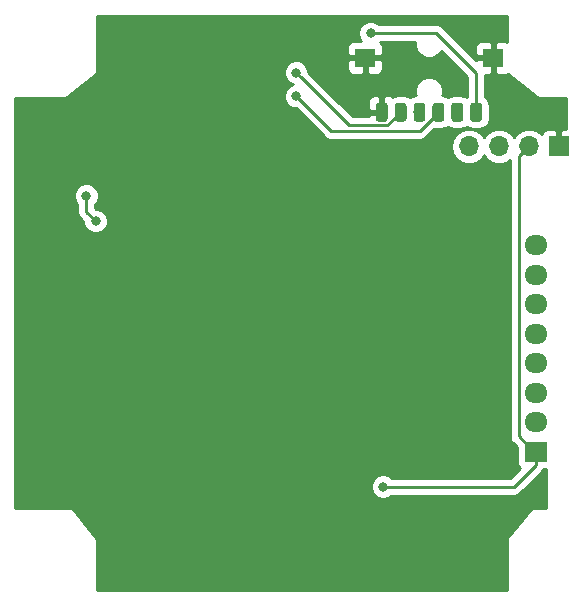
<source format=gbl>
G04 #@! TF.GenerationSoftware,KiCad,Pcbnew,(5.0.0)*
G04 #@! TF.CreationDate,2019-09-16T11:16:57+09:00*
G04 #@! TF.ProjectId,ESP32,45535033322E6B696361645F70636200,rev?*
G04 #@! TF.SameCoordinates,Original*
G04 #@! TF.FileFunction,Copper,L2,Bot,Signal*
G04 #@! TF.FilePolarity,Positive*
%FSLAX46Y46*%
G04 Gerber Fmt 4.6, Leading zero omitted, Abs format (unit mm)*
G04 Created by KiCad (PCBNEW (5.0.0)) date 09/16/19 11:16:57*
%MOMM*%
%LPD*%
G01*
G04 APERTURE LIST*
G04 #@! TA.AperFunction,SMDPad,CuDef*
%ADD10R,1.800000X1.600000*%
G04 #@! TD*
G04 #@! TA.AperFunction,Conductor*
%ADD11C,0.100000*%
G04 #@! TD*
G04 #@! TA.AperFunction,SMDPad,CuDef*
%ADD12C,1.000000*%
G04 #@! TD*
G04 #@! TA.AperFunction,ComponentPad*
%ADD13R,1.950000X1.700000*%
G04 #@! TD*
G04 #@! TA.AperFunction,ComponentPad*
%ADD14O,1.950000X1.700000*%
G04 #@! TD*
G04 #@! TA.AperFunction,ComponentPad*
%ADD15R,1.700000X1.700000*%
G04 #@! TD*
G04 #@! TA.AperFunction,ComponentPad*
%ADD16O,1.700000X1.700000*%
G04 #@! TD*
G04 #@! TA.AperFunction,ViaPad*
%ADD17C,0.800000*%
G04 #@! TD*
G04 #@! TA.AperFunction,Conductor*
%ADD18C,0.250000*%
G04 #@! TD*
G04 #@! TA.AperFunction,Conductor*
%ADD19C,0.254000*%
G04 #@! TD*
G04 APERTURE END LIST*
D10*
G04 #@! TO.P,SW3,3*
G04 #@! TO.N,Net-(C1-Pad1)*
X128350000Y-86250000D03*
X139200000Y-86250000D03*
D11*
G04 #@! TD*
G04 #@! TO.N,Net-(SW3-Pad1)*
G04 #@! TO.C,SW3*
G36*
X131624504Y-90051204D02*
X131648773Y-90054804D01*
X131672571Y-90060765D01*
X131695671Y-90069030D01*
X131717849Y-90079520D01*
X131738893Y-90092133D01*
X131758598Y-90106747D01*
X131776777Y-90123223D01*
X131793253Y-90141402D01*
X131807867Y-90161107D01*
X131820480Y-90182151D01*
X131830970Y-90204329D01*
X131839235Y-90227429D01*
X131845196Y-90251227D01*
X131848796Y-90275496D01*
X131850000Y-90300000D01*
X131850000Y-91400000D01*
X131848796Y-91424504D01*
X131845196Y-91448773D01*
X131839235Y-91472571D01*
X131830970Y-91495671D01*
X131820480Y-91517849D01*
X131807867Y-91538893D01*
X131793253Y-91558598D01*
X131776777Y-91576777D01*
X131758598Y-91593253D01*
X131738893Y-91607867D01*
X131717849Y-91620480D01*
X131695671Y-91630970D01*
X131672571Y-91639235D01*
X131648773Y-91645196D01*
X131624504Y-91648796D01*
X131600000Y-91650000D01*
X131100000Y-91650000D01*
X131075496Y-91648796D01*
X131051227Y-91645196D01*
X131027429Y-91639235D01*
X131004329Y-91630970D01*
X130982151Y-91620480D01*
X130961107Y-91607867D01*
X130941402Y-91593253D01*
X130923223Y-91576777D01*
X130906747Y-91558598D01*
X130892133Y-91538893D01*
X130879520Y-91517849D01*
X130869030Y-91495671D01*
X130860765Y-91472571D01*
X130854804Y-91448773D01*
X130851204Y-91424504D01*
X130850000Y-91400000D01*
X130850000Y-90300000D01*
X130851204Y-90275496D01*
X130854804Y-90251227D01*
X130860765Y-90227429D01*
X130869030Y-90204329D01*
X130879520Y-90182151D01*
X130892133Y-90161107D01*
X130906747Y-90141402D01*
X130923223Y-90123223D01*
X130941402Y-90106747D01*
X130961107Y-90092133D01*
X130982151Y-90079520D01*
X131004329Y-90069030D01*
X131027429Y-90060765D01*
X131051227Y-90054804D01*
X131075496Y-90051204D01*
X131100000Y-90050000D01*
X131600000Y-90050000D01*
X131624504Y-90051204D01*
X131624504Y-90051204D01*
G37*
D12*
G04 #@! TO.P,SW3,1*
G04 #@! TO.N,Net-(SW3-Pad1)*
X131350000Y-90850000D03*
D11*
G04 #@! TD*
G04 #@! TO.N,Net-(SW3-Pad2)*
G04 #@! TO.C,SW3*
G36*
X134824504Y-90051204D02*
X134848773Y-90054804D01*
X134872571Y-90060765D01*
X134895671Y-90069030D01*
X134917849Y-90079520D01*
X134938893Y-90092133D01*
X134958598Y-90106747D01*
X134976777Y-90123223D01*
X134993253Y-90141402D01*
X135007867Y-90161107D01*
X135020480Y-90182151D01*
X135030970Y-90204329D01*
X135039235Y-90227429D01*
X135045196Y-90251227D01*
X135048796Y-90275496D01*
X135050000Y-90300000D01*
X135050000Y-91400000D01*
X135048796Y-91424504D01*
X135045196Y-91448773D01*
X135039235Y-91472571D01*
X135030970Y-91495671D01*
X135020480Y-91517849D01*
X135007867Y-91538893D01*
X134993253Y-91558598D01*
X134976777Y-91576777D01*
X134958598Y-91593253D01*
X134938893Y-91607867D01*
X134917849Y-91620480D01*
X134895671Y-91630970D01*
X134872571Y-91639235D01*
X134848773Y-91645196D01*
X134824504Y-91648796D01*
X134800000Y-91650000D01*
X134300000Y-91650000D01*
X134275496Y-91648796D01*
X134251227Y-91645196D01*
X134227429Y-91639235D01*
X134204329Y-91630970D01*
X134182151Y-91620480D01*
X134161107Y-91607867D01*
X134141402Y-91593253D01*
X134123223Y-91576777D01*
X134106747Y-91558598D01*
X134092133Y-91538893D01*
X134079520Y-91517849D01*
X134069030Y-91495671D01*
X134060765Y-91472571D01*
X134054804Y-91448773D01*
X134051204Y-91424504D01*
X134050000Y-91400000D01*
X134050000Y-90300000D01*
X134051204Y-90275496D01*
X134054804Y-90251227D01*
X134060765Y-90227429D01*
X134069030Y-90204329D01*
X134079520Y-90182151D01*
X134092133Y-90161107D01*
X134106747Y-90141402D01*
X134123223Y-90123223D01*
X134141402Y-90106747D01*
X134161107Y-90092133D01*
X134182151Y-90079520D01*
X134204329Y-90069030D01*
X134227429Y-90060765D01*
X134251227Y-90054804D01*
X134275496Y-90051204D01*
X134300000Y-90050000D01*
X134800000Y-90050000D01*
X134824504Y-90051204D01*
X134824504Y-90051204D01*
G37*
D12*
G04 #@! TO.P,SW3,2*
G04 #@! TO.N,Net-(SW3-Pad2)*
X134550000Y-90850000D03*
D11*
G04 #@! TD*
G04 #@! TO.N,Net-(C1-Pad1)*
G04 #@! TO.C,SW3*
G36*
X130024504Y-90051204D02*
X130048773Y-90054804D01*
X130072571Y-90060765D01*
X130095671Y-90069030D01*
X130117849Y-90079520D01*
X130138893Y-90092133D01*
X130158598Y-90106747D01*
X130176777Y-90123223D01*
X130193253Y-90141402D01*
X130207867Y-90161107D01*
X130220480Y-90182151D01*
X130230970Y-90204329D01*
X130239235Y-90227429D01*
X130245196Y-90251227D01*
X130248796Y-90275496D01*
X130250000Y-90300000D01*
X130250000Y-91400000D01*
X130248796Y-91424504D01*
X130245196Y-91448773D01*
X130239235Y-91472571D01*
X130230970Y-91495671D01*
X130220480Y-91517849D01*
X130207867Y-91538893D01*
X130193253Y-91558598D01*
X130176777Y-91576777D01*
X130158598Y-91593253D01*
X130138893Y-91607867D01*
X130117849Y-91620480D01*
X130095671Y-91630970D01*
X130072571Y-91639235D01*
X130048773Y-91645196D01*
X130024504Y-91648796D01*
X130000000Y-91650000D01*
X129500000Y-91650000D01*
X129475496Y-91648796D01*
X129451227Y-91645196D01*
X129427429Y-91639235D01*
X129404329Y-91630970D01*
X129382151Y-91620480D01*
X129361107Y-91607867D01*
X129341402Y-91593253D01*
X129323223Y-91576777D01*
X129306747Y-91558598D01*
X129292133Y-91538893D01*
X129279520Y-91517849D01*
X129269030Y-91495671D01*
X129260765Y-91472571D01*
X129254804Y-91448773D01*
X129251204Y-91424504D01*
X129250000Y-91400000D01*
X129250000Y-90300000D01*
X129251204Y-90275496D01*
X129254804Y-90251227D01*
X129260765Y-90227429D01*
X129269030Y-90204329D01*
X129279520Y-90182151D01*
X129292133Y-90161107D01*
X129306747Y-90141402D01*
X129323223Y-90123223D01*
X129341402Y-90106747D01*
X129361107Y-90092133D01*
X129382151Y-90079520D01*
X129404329Y-90069030D01*
X129427429Y-90060765D01*
X129451227Y-90054804D01*
X129475496Y-90051204D01*
X129500000Y-90050000D01*
X130000000Y-90050000D01*
X130024504Y-90051204D01*
X130024504Y-90051204D01*
G37*
D12*
G04 #@! TO.P,SW3,3*
G04 #@! TO.N,Net-(C1-Pad1)*
X129750000Y-90850000D03*
D11*
G04 #@! TD*
G04 #@! TO.N,Net-(SW3-Pad4)*
G04 #@! TO.C,SW3*
G36*
X138024504Y-90051204D02*
X138048773Y-90054804D01*
X138072571Y-90060765D01*
X138095671Y-90069030D01*
X138117849Y-90079520D01*
X138138893Y-90092133D01*
X138158598Y-90106747D01*
X138176777Y-90123223D01*
X138193253Y-90141402D01*
X138207867Y-90161107D01*
X138220480Y-90182151D01*
X138230970Y-90204329D01*
X138239235Y-90227429D01*
X138245196Y-90251227D01*
X138248796Y-90275496D01*
X138250000Y-90300000D01*
X138250000Y-91400000D01*
X138248796Y-91424504D01*
X138245196Y-91448773D01*
X138239235Y-91472571D01*
X138230970Y-91495671D01*
X138220480Y-91517849D01*
X138207867Y-91538893D01*
X138193253Y-91558598D01*
X138176777Y-91576777D01*
X138158598Y-91593253D01*
X138138893Y-91607867D01*
X138117849Y-91620480D01*
X138095671Y-91630970D01*
X138072571Y-91639235D01*
X138048773Y-91645196D01*
X138024504Y-91648796D01*
X138000000Y-91650000D01*
X137500000Y-91650000D01*
X137475496Y-91648796D01*
X137451227Y-91645196D01*
X137427429Y-91639235D01*
X137404329Y-91630970D01*
X137382151Y-91620480D01*
X137361107Y-91607867D01*
X137341402Y-91593253D01*
X137323223Y-91576777D01*
X137306747Y-91558598D01*
X137292133Y-91538893D01*
X137279520Y-91517849D01*
X137269030Y-91495671D01*
X137260765Y-91472571D01*
X137254804Y-91448773D01*
X137251204Y-91424504D01*
X137250000Y-91400000D01*
X137250000Y-90300000D01*
X137251204Y-90275496D01*
X137254804Y-90251227D01*
X137260765Y-90227429D01*
X137269030Y-90204329D01*
X137279520Y-90182151D01*
X137292133Y-90161107D01*
X137306747Y-90141402D01*
X137323223Y-90123223D01*
X137341402Y-90106747D01*
X137361107Y-90092133D01*
X137382151Y-90079520D01*
X137404329Y-90069030D01*
X137427429Y-90060765D01*
X137451227Y-90054804D01*
X137475496Y-90051204D01*
X137500000Y-90050000D01*
X138000000Y-90050000D01*
X138024504Y-90051204D01*
X138024504Y-90051204D01*
G37*
D12*
G04 #@! TO.P,SW3,4*
G04 #@! TO.N,Net-(SW3-Pad4)*
X137750000Y-90850000D03*
D11*
G04 #@! TD*
G04 #@! TO.N,N/C*
G04 #@! TO.C,SW3*
G36*
X133224504Y-90051204D02*
X133248773Y-90054804D01*
X133272571Y-90060765D01*
X133295671Y-90069030D01*
X133317849Y-90079520D01*
X133338893Y-90092133D01*
X133358598Y-90106747D01*
X133376777Y-90123223D01*
X133393253Y-90141402D01*
X133407867Y-90161107D01*
X133420480Y-90182151D01*
X133430970Y-90204329D01*
X133439235Y-90227429D01*
X133445196Y-90251227D01*
X133448796Y-90275496D01*
X133450000Y-90300000D01*
X133450000Y-91400000D01*
X133448796Y-91424504D01*
X133445196Y-91448773D01*
X133439235Y-91472571D01*
X133430970Y-91495671D01*
X133420480Y-91517849D01*
X133407867Y-91538893D01*
X133393253Y-91558598D01*
X133376777Y-91576777D01*
X133358598Y-91593253D01*
X133338893Y-91607867D01*
X133317849Y-91620480D01*
X133295671Y-91630970D01*
X133272571Y-91639235D01*
X133248773Y-91645196D01*
X133224504Y-91648796D01*
X133200000Y-91650000D01*
X132700000Y-91650000D01*
X132675496Y-91648796D01*
X132651227Y-91645196D01*
X132627429Y-91639235D01*
X132604329Y-91630970D01*
X132582151Y-91620480D01*
X132561107Y-91607867D01*
X132541402Y-91593253D01*
X132523223Y-91576777D01*
X132506747Y-91558598D01*
X132492133Y-91538893D01*
X132479520Y-91517849D01*
X132469030Y-91495671D01*
X132460765Y-91472571D01*
X132454804Y-91448773D01*
X132451204Y-91424504D01*
X132450000Y-91400000D01*
X132450000Y-90300000D01*
X132451204Y-90275496D01*
X132454804Y-90251227D01*
X132460765Y-90227429D01*
X132469030Y-90204329D01*
X132479520Y-90182151D01*
X132492133Y-90161107D01*
X132506747Y-90141402D01*
X132523223Y-90123223D01*
X132541402Y-90106747D01*
X132561107Y-90092133D01*
X132582151Y-90079520D01*
X132604329Y-90069030D01*
X132627429Y-90060765D01*
X132651227Y-90054804D01*
X132675496Y-90051204D01*
X132700000Y-90050000D01*
X133200000Y-90050000D01*
X133224504Y-90051204D01*
X133224504Y-90051204D01*
G37*
D12*
G04 #@! TO.P,SW3,5*
G04 #@! TO.N,N/C*
X132950000Y-90850000D03*
D11*
G04 #@! TD*
G04 #@! TO.N,N/C*
G04 #@! TO.C,SW3*
G36*
X136424504Y-90051204D02*
X136448773Y-90054804D01*
X136472571Y-90060765D01*
X136495671Y-90069030D01*
X136517849Y-90079520D01*
X136538893Y-90092133D01*
X136558598Y-90106747D01*
X136576777Y-90123223D01*
X136593253Y-90141402D01*
X136607867Y-90161107D01*
X136620480Y-90182151D01*
X136630970Y-90204329D01*
X136639235Y-90227429D01*
X136645196Y-90251227D01*
X136648796Y-90275496D01*
X136650000Y-90300000D01*
X136650000Y-91400000D01*
X136648796Y-91424504D01*
X136645196Y-91448773D01*
X136639235Y-91472571D01*
X136630970Y-91495671D01*
X136620480Y-91517849D01*
X136607867Y-91538893D01*
X136593253Y-91558598D01*
X136576777Y-91576777D01*
X136558598Y-91593253D01*
X136538893Y-91607867D01*
X136517849Y-91620480D01*
X136495671Y-91630970D01*
X136472571Y-91639235D01*
X136448773Y-91645196D01*
X136424504Y-91648796D01*
X136400000Y-91650000D01*
X135900000Y-91650000D01*
X135875496Y-91648796D01*
X135851227Y-91645196D01*
X135827429Y-91639235D01*
X135804329Y-91630970D01*
X135782151Y-91620480D01*
X135761107Y-91607867D01*
X135741402Y-91593253D01*
X135723223Y-91576777D01*
X135706747Y-91558598D01*
X135692133Y-91538893D01*
X135679520Y-91517849D01*
X135669030Y-91495671D01*
X135660765Y-91472571D01*
X135654804Y-91448773D01*
X135651204Y-91424504D01*
X135650000Y-91400000D01*
X135650000Y-90300000D01*
X135651204Y-90275496D01*
X135654804Y-90251227D01*
X135660765Y-90227429D01*
X135669030Y-90204329D01*
X135679520Y-90182151D01*
X135692133Y-90161107D01*
X135706747Y-90141402D01*
X135723223Y-90123223D01*
X135741402Y-90106747D01*
X135761107Y-90092133D01*
X135782151Y-90079520D01*
X135804329Y-90069030D01*
X135827429Y-90060765D01*
X135851227Y-90054804D01*
X135875496Y-90051204D01*
X135900000Y-90050000D01*
X136400000Y-90050000D01*
X136424504Y-90051204D01*
X136424504Y-90051204D01*
G37*
D12*
G04 #@! TO.P,SW3,6*
G04 #@! TO.N,N/C*
X136150000Y-90850000D03*
G04 #@! TD*
D13*
G04 #@! TO.P,J2,1*
G04 #@! TO.N,Net-(C4-Pad1)*
X142800000Y-119600000D03*
D14*
G04 #@! TO.P,J2,2*
G04 #@! TO.N,Net-(C1-Pad1)*
X142800000Y-117100000D03*
G04 #@! TO.P,J2,3*
G04 #@! TO.N,Net-(J2-Pad3)*
X142800000Y-114600000D03*
G04 #@! TO.P,J2,4*
G04 #@! TO.N,Net-(J2-Pad4)*
X142800000Y-112100000D03*
G04 #@! TO.P,J2,5*
G04 #@! TO.N,Net-(J2-Pad5)*
X142800000Y-109600000D03*
G04 #@! TO.P,J2,6*
G04 #@! TO.N,Net-(J2-Pad6)*
X142800000Y-107100000D03*
G04 #@! TO.P,J2,7*
G04 #@! TO.N,Net-(J2-Pad7)*
X142800000Y-104600000D03*
G04 #@! TO.P,J2,8*
G04 #@! TO.N,Net-(J2-Pad8)*
X142800000Y-102100000D03*
G04 #@! TD*
D15*
G04 #@! TO.P,J3,1*
G04 #@! TO.N,Net-(C1-Pad1)*
X144750000Y-93750000D03*
D16*
G04 #@! TO.P,J3,2*
G04 #@! TO.N,Net-(C4-Pad1)*
X142210000Y-93750000D03*
G04 #@! TO.P,J3,3*
G04 #@! TO.N,Net-(J3-Pad3)*
X139670000Y-93750000D03*
G04 #@! TO.P,J3,4*
G04 #@! TO.N,Net-(J3-Pad4)*
X137130000Y-93750000D03*
G04 #@! TD*
D17*
G04 #@! TO.N,Net-(C1-Pad1)*
X114500000Y-85500000D03*
X116500000Y-85500000D03*
X118500000Y-85500000D03*
X112500000Y-85500000D03*
X112500000Y-87500000D03*
X114500000Y-87500000D03*
X116500000Y-87500000D03*
X118500000Y-87500000D03*
X120500000Y-87500000D03*
X112500000Y-91500000D03*
X112500000Y-93500000D03*
X112500000Y-95500000D03*
X114500000Y-95500000D03*
X116500000Y-95500000D03*
X112500000Y-89500000D03*
X120500000Y-85500000D03*
X118500000Y-95500000D03*
X120500000Y-95500000D03*
X120500000Y-89500000D03*
X120500000Y-91500000D03*
X120500000Y-93500000D03*
X112500000Y-97500000D03*
X114500000Y-97500000D03*
X116500000Y-97500000D03*
X118500000Y-97500000D03*
X120500000Y-97500000D03*
X122500000Y-91500000D03*
X122500000Y-93500000D03*
X122500000Y-95500000D03*
X122500000Y-97500000D03*
X122500000Y-85500000D03*
G04 #@! TO.N,Net-(C1-Pad2)*
X104749600Y-97917000D03*
X105537000Y-100076000D03*
G04 #@! TO.N,Net-(C4-Pad1)*
X129857500Y-122555000D03*
G04 #@! TO.N,Net-(SW3-Pad1)*
X122500000Y-87500000D03*
G04 #@! TO.N,Net-(SW3-Pad2)*
X122500000Y-89500000D03*
G04 #@! TO.N,Net-(SW3-Pad4)*
X128803400Y-84150200D03*
G04 #@! TD*
D18*
G04 #@! TO.N,Net-(C1-Pad2)*
X104749600Y-99288600D02*
X105537000Y-100076000D01*
X104749600Y-97917000D02*
X104749600Y-99288600D01*
G04 #@! TO.N,Net-(C4-Pad1)*
X141360001Y-94599999D02*
X142210000Y-93750000D01*
X141360001Y-118285001D02*
X141360001Y-94599999D01*
X142675000Y-119600000D02*
X141360001Y-118285001D01*
X142800000Y-119600000D02*
X142675000Y-119600000D01*
X130423185Y-122555000D02*
X129857500Y-122555000D01*
X140945000Y-122555000D02*
X130423185Y-122555000D01*
X142800000Y-120700000D02*
X140945000Y-122555000D01*
X142800000Y-119600000D02*
X142800000Y-120700000D01*
G04 #@! TO.N,Net-(SW3-Pad1)*
X122899999Y-87899999D02*
X122500000Y-87500000D01*
X126975010Y-91975010D02*
X122899999Y-87899999D01*
X130238180Y-91975010D02*
X126975010Y-91975010D01*
X130779290Y-91433900D02*
X130238180Y-91975010D01*
X130779290Y-91420710D02*
X130779290Y-91433900D01*
X131350000Y-90850000D02*
X130779290Y-91420710D01*
G04 #@! TO.N,Net-(SW3-Pad2)*
X122899999Y-89899999D02*
X122500000Y-89500000D01*
X125425020Y-92425020D02*
X122899999Y-89899999D01*
X132988170Y-92425020D02*
X125425020Y-92425020D01*
X133979290Y-91433900D02*
X132988170Y-92425020D01*
X133979290Y-91420710D02*
X133979290Y-91433900D01*
X134550000Y-90850000D02*
X133979290Y-91420710D01*
G04 #@! TO.N,Net-(SW3-Pad4)*
X137750000Y-87550000D02*
X137750000Y-90850000D01*
X134350200Y-84150200D02*
X137750000Y-87550000D01*
X128803400Y-84150200D02*
X134350200Y-84150200D01*
G04 #@! TD*
D19*
G04 #@! TO.N,Net-(C1-Pad1)*
G36*
X140373000Y-84875761D02*
X140226310Y-84815000D01*
X139485750Y-84815000D01*
X139327000Y-84973750D01*
X139327000Y-86123000D01*
X139347000Y-86123000D01*
X139347000Y-86377000D01*
X139327000Y-86377000D01*
X139327000Y-87526250D01*
X139485750Y-87685000D01*
X140226310Y-87685000D01*
X140425050Y-87602679D01*
X142920664Y-89599170D01*
X142951399Y-89617333D01*
X143000000Y-89627000D01*
X145373000Y-89627000D01*
X145373000Y-92265000D01*
X145035750Y-92265000D01*
X144877000Y-92423750D01*
X144877000Y-93623000D01*
X144897000Y-93623000D01*
X144897000Y-93877000D01*
X144877000Y-93877000D01*
X144877000Y-93897000D01*
X144623000Y-93897000D01*
X144623000Y-93877000D01*
X144603000Y-93877000D01*
X144603000Y-93623000D01*
X144623000Y-93623000D01*
X144623000Y-92423750D01*
X144464250Y-92265000D01*
X143773690Y-92265000D01*
X143540301Y-92361673D01*
X143361673Y-92540302D01*
X143295096Y-92701033D01*
X143280625Y-92679375D01*
X142789418Y-92351161D01*
X142356256Y-92265000D01*
X142063744Y-92265000D01*
X141630582Y-92351161D01*
X141139375Y-92679375D01*
X140940000Y-92977761D01*
X140740625Y-92679375D01*
X140249418Y-92351161D01*
X139816256Y-92265000D01*
X139523744Y-92265000D01*
X139090582Y-92351161D01*
X138599375Y-92679375D01*
X138400000Y-92977761D01*
X138200625Y-92679375D01*
X137709418Y-92351161D01*
X137276256Y-92265000D01*
X136983744Y-92265000D01*
X136550582Y-92351161D01*
X136059375Y-92679375D01*
X135731161Y-93170582D01*
X135615908Y-93750000D01*
X135731161Y-94329418D01*
X136059375Y-94820625D01*
X136550582Y-95148839D01*
X136983744Y-95235000D01*
X137276256Y-95235000D01*
X137709418Y-95148839D01*
X138200625Y-94820625D01*
X138400000Y-94522239D01*
X138599375Y-94820625D01*
X139090582Y-95148839D01*
X139523744Y-95235000D01*
X139816256Y-95235000D01*
X140249418Y-95148839D01*
X140600002Y-94914586D01*
X140600001Y-118210154D01*
X140585113Y-118285001D01*
X140600001Y-118359848D01*
X140600001Y-118359852D01*
X140644097Y-118581537D01*
X140812072Y-118832930D01*
X140875531Y-118875332D01*
X141177560Y-119177362D01*
X141177560Y-120450000D01*
X141226843Y-120697765D01*
X141367191Y-120907809D01*
X141457228Y-120967970D01*
X140630199Y-121795000D01*
X130561211Y-121795000D01*
X130443780Y-121677569D01*
X130063374Y-121520000D01*
X129651626Y-121520000D01*
X129271220Y-121677569D01*
X128980069Y-121968720D01*
X128822500Y-122349126D01*
X128822500Y-122760874D01*
X128980069Y-123141280D01*
X129271220Y-123432431D01*
X129651626Y-123590000D01*
X130063374Y-123590000D01*
X130443780Y-123432431D01*
X130561211Y-123315000D01*
X140870153Y-123315000D01*
X140945000Y-123329888D01*
X141019847Y-123315000D01*
X141019852Y-123315000D01*
X141241537Y-123270904D01*
X141492929Y-123102929D01*
X141535331Y-123039470D01*
X143284473Y-121290329D01*
X143347929Y-121247929D01*
X143448483Y-121097440D01*
X143673000Y-121097440D01*
X143673000Y-124373000D01*
X142500000Y-124373000D01*
X142438739Y-124388752D01*
X142400830Y-124420664D01*
X140400830Y-126920664D01*
X140382667Y-126951399D01*
X140373000Y-127000000D01*
X140373000Y-131315000D01*
X105627000Y-131315000D01*
X105627000Y-127000000D01*
X105621982Y-126964654D01*
X105599170Y-126920664D01*
X103599170Y-124420664D01*
X103548601Y-124382667D01*
X103500000Y-124373000D01*
X98735000Y-124373000D01*
X98735000Y-97711126D01*
X103714600Y-97711126D01*
X103714600Y-98122874D01*
X103872169Y-98503280D01*
X103989601Y-98620712D01*
X103989601Y-99213749D01*
X103974712Y-99288600D01*
X103989601Y-99363452D01*
X104033697Y-99585137D01*
X104201672Y-99836529D01*
X104265128Y-99878929D01*
X104502000Y-100115801D01*
X104502000Y-100281874D01*
X104659569Y-100662280D01*
X104950720Y-100953431D01*
X105331126Y-101111000D01*
X105742874Y-101111000D01*
X106123280Y-100953431D01*
X106414431Y-100662280D01*
X106572000Y-100281874D01*
X106572000Y-99870126D01*
X106414431Y-99489720D01*
X106123280Y-99198569D01*
X105742874Y-99041000D01*
X105576801Y-99041000D01*
X105509600Y-98973799D01*
X105509600Y-98620711D01*
X105627031Y-98503280D01*
X105784600Y-98122874D01*
X105784600Y-97711126D01*
X105627031Y-97330720D01*
X105335880Y-97039569D01*
X104955474Y-96882000D01*
X104543726Y-96882000D01*
X104163320Y-97039569D01*
X103872169Y-97330720D01*
X103714600Y-97711126D01*
X98735000Y-97711126D01*
X98735000Y-89627000D01*
X103000000Y-89627000D01*
X103035346Y-89621982D01*
X103079336Y-89599170D01*
X105579336Y-87599170D01*
X105617333Y-87548601D01*
X105627000Y-87500000D01*
X105627000Y-87294126D01*
X121465000Y-87294126D01*
X121465000Y-87705874D01*
X121622569Y-88086280D01*
X121913720Y-88377431D01*
X122209628Y-88500000D01*
X121913720Y-88622569D01*
X121622569Y-88913720D01*
X121465000Y-89294126D01*
X121465000Y-89705874D01*
X121622569Y-90086280D01*
X121913720Y-90377431D01*
X122294126Y-90535000D01*
X122460199Y-90535000D01*
X124834691Y-92909493D01*
X124877091Y-92972949D01*
X125128483Y-93140924D01*
X125350168Y-93185020D01*
X125350173Y-93185020D01*
X125425020Y-93199908D01*
X125499867Y-93185020D01*
X132913323Y-93185020D01*
X132988170Y-93199908D01*
X133063017Y-93185020D01*
X133063022Y-93185020D01*
X133284707Y-93140924D01*
X133536099Y-92972949D01*
X133578501Y-92909491D01*
X134208711Y-92279281D01*
X134300000Y-92297440D01*
X134800000Y-92297440D01*
X135143435Y-92229126D01*
X135350000Y-92091104D01*
X135556565Y-92229126D01*
X135900000Y-92297440D01*
X136400000Y-92297440D01*
X136743435Y-92229126D01*
X136950000Y-92091104D01*
X137156565Y-92229126D01*
X137500000Y-92297440D01*
X138000000Y-92297440D01*
X138343435Y-92229126D01*
X138634586Y-92034586D01*
X138829126Y-91743435D01*
X138897440Y-91400000D01*
X138897440Y-90300000D01*
X138829126Y-89956565D01*
X138634586Y-89665414D01*
X138510000Y-89582169D01*
X138510000Y-87685000D01*
X138914250Y-87685000D01*
X139073000Y-87526250D01*
X139073000Y-86377000D01*
X137823750Y-86377000D01*
X137737776Y-86462974D01*
X136598493Y-85323691D01*
X137665000Y-85323691D01*
X137665000Y-85964250D01*
X137823750Y-86123000D01*
X139073000Y-86123000D01*
X139073000Y-84973750D01*
X138914250Y-84815000D01*
X138173690Y-84815000D01*
X137940301Y-84911673D01*
X137761673Y-85090302D01*
X137665000Y-85323691D01*
X136598493Y-85323691D01*
X134940531Y-83665730D01*
X134898129Y-83602271D01*
X134646737Y-83434296D01*
X134425052Y-83390200D01*
X134425047Y-83390200D01*
X134350200Y-83375312D01*
X134275353Y-83390200D01*
X129507111Y-83390200D01*
X129389680Y-83272769D01*
X129009274Y-83115200D01*
X128597526Y-83115200D01*
X128217120Y-83272769D01*
X127925969Y-83563920D01*
X127768400Y-83944326D01*
X127768400Y-84356074D01*
X127925969Y-84736480D01*
X128004489Y-84815000D01*
X127323690Y-84815000D01*
X127090301Y-84911673D01*
X126911673Y-85090302D01*
X126815000Y-85323691D01*
X126815000Y-85964250D01*
X126973750Y-86123000D01*
X128223000Y-86123000D01*
X128223000Y-86103000D01*
X128477000Y-86103000D01*
X128477000Y-86123000D01*
X129726250Y-86123000D01*
X129885000Y-85964250D01*
X129885000Y-85323691D01*
X129788327Y-85090302D01*
X129609699Y-84911673D01*
X129606143Y-84910200D01*
X132565000Y-84910200D01*
X132565000Y-85285711D01*
X132745405Y-85721249D01*
X133078751Y-86054595D01*
X133514289Y-86235000D01*
X133985711Y-86235000D01*
X134421249Y-86054595D01*
X134754595Y-85721249D01*
X134781498Y-85656299D01*
X136990000Y-87864802D01*
X136990001Y-89582168D01*
X136950000Y-89608896D01*
X136743435Y-89470874D01*
X136400000Y-89402560D01*
X135900000Y-89402560D01*
X135556565Y-89470874D01*
X135350000Y-89608896D01*
X135143435Y-89470874D01*
X134880008Y-89418475D01*
X134935000Y-89285711D01*
X134935000Y-88814289D01*
X134754595Y-88378751D01*
X134421249Y-88045405D01*
X133985711Y-87865000D01*
X133514289Y-87865000D01*
X133078751Y-88045405D01*
X132745405Y-88378751D01*
X132565000Y-88814289D01*
X132565000Y-89285711D01*
X132619992Y-89418475D01*
X132356565Y-89470874D01*
X132150000Y-89608896D01*
X131943435Y-89470874D01*
X131600000Y-89402560D01*
X131100000Y-89402560D01*
X130756565Y-89470874D01*
X130644067Y-89546042D01*
X130609698Y-89511673D01*
X130376309Y-89415000D01*
X130035750Y-89415000D01*
X129877000Y-89573750D01*
X129877000Y-90723000D01*
X129897000Y-90723000D01*
X129897000Y-90977000D01*
X129877000Y-90977000D01*
X129877000Y-90997000D01*
X129623000Y-90997000D01*
X129623000Y-90977000D01*
X128773750Y-90977000D01*
X128615000Y-91135750D01*
X128615000Y-91215010D01*
X127289812Y-91215010D01*
X125998492Y-89923690D01*
X128615000Y-89923690D01*
X128615000Y-90564250D01*
X128773750Y-90723000D01*
X129623000Y-90723000D01*
X129623000Y-89573750D01*
X129464250Y-89415000D01*
X129123691Y-89415000D01*
X128890302Y-89511673D01*
X128711673Y-89690301D01*
X128615000Y-89923690D01*
X125998492Y-89923690D01*
X123535000Y-87460199D01*
X123535000Y-87294126D01*
X123377431Y-86913720D01*
X123086280Y-86622569D01*
X122876680Y-86535750D01*
X126815000Y-86535750D01*
X126815000Y-87176309D01*
X126911673Y-87409698D01*
X127090301Y-87588327D01*
X127323690Y-87685000D01*
X128064250Y-87685000D01*
X128223000Y-87526250D01*
X128223000Y-86377000D01*
X128477000Y-86377000D01*
X128477000Y-87526250D01*
X128635750Y-87685000D01*
X129376310Y-87685000D01*
X129609699Y-87588327D01*
X129788327Y-87409698D01*
X129885000Y-87176309D01*
X129885000Y-86535750D01*
X129726250Y-86377000D01*
X128477000Y-86377000D01*
X128223000Y-86377000D01*
X126973750Y-86377000D01*
X126815000Y-86535750D01*
X122876680Y-86535750D01*
X122705874Y-86465000D01*
X122294126Y-86465000D01*
X121913720Y-86622569D01*
X121622569Y-86913720D01*
X121465000Y-87294126D01*
X105627000Y-87294126D01*
X105627000Y-82685000D01*
X140373000Y-82685000D01*
X140373000Y-84875761D01*
X140373000Y-84875761D01*
G37*
X140373000Y-84875761D02*
X140226310Y-84815000D01*
X139485750Y-84815000D01*
X139327000Y-84973750D01*
X139327000Y-86123000D01*
X139347000Y-86123000D01*
X139347000Y-86377000D01*
X139327000Y-86377000D01*
X139327000Y-87526250D01*
X139485750Y-87685000D01*
X140226310Y-87685000D01*
X140425050Y-87602679D01*
X142920664Y-89599170D01*
X142951399Y-89617333D01*
X143000000Y-89627000D01*
X145373000Y-89627000D01*
X145373000Y-92265000D01*
X145035750Y-92265000D01*
X144877000Y-92423750D01*
X144877000Y-93623000D01*
X144897000Y-93623000D01*
X144897000Y-93877000D01*
X144877000Y-93877000D01*
X144877000Y-93897000D01*
X144623000Y-93897000D01*
X144623000Y-93877000D01*
X144603000Y-93877000D01*
X144603000Y-93623000D01*
X144623000Y-93623000D01*
X144623000Y-92423750D01*
X144464250Y-92265000D01*
X143773690Y-92265000D01*
X143540301Y-92361673D01*
X143361673Y-92540302D01*
X143295096Y-92701033D01*
X143280625Y-92679375D01*
X142789418Y-92351161D01*
X142356256Y-92265000D01*
X142063744Y-92265000D01*
X141630582Y-92351161D01*
X141139375Y-92679375D01*
X140940000Y-92977761D01*
X140740625Y-92679375D01*
X140249418Y-92351161D01*
X139816256Y-92265000D01*
X139523744Y-92265000D01*
X139090582Y-92351161D01*
X138599375Y-92679375D01*
X138400000Y-92977761D01*
X138200625Y-92679375D01*
X137709418Y-92351161D01*
X137276256Y-92265000D01*
X136983744Y-92265000D01*
X136550582Y-92351161D01*
X136059375Y-92679375D01*
X135731161Y-93170582D01*
X135615908Y-93750000D01*
X135731161Y-94329418D01*
X136059375Y-94820625D01*
X136550582Y-95148839D01*
X136983744Y-95235000D01*
X137276256Y-95235000D01*
X137709418Y-95148839D01*
X138200625Y-94820625D01*
X138400000Y-94522239D01*
X138599375Y-94820625D01*
X139090582Y-95148839D01*
X139523744Y-95235000D01*
X139816256Y-95235000D01*
X140249418Y-95148839D01*
X140600002Y-94914586D01*
X140600001Y-118210154D01*
X140585113Y-118285001D01*
X140600001Y-118359848D01*
X140600001Y-118359852D01*
X140644097Y-118581537D01*
X140812072Y-118832930D01*
X140875531Y-118875332D01*
X141177560Y-119177362D01*
X141177560Y-120450000D01*
X141226843Y-120697765D01*
X141367191Y-120907809D01*
X141457228Y-120967970D01*
X140630199Y-121795000D01*
X130561211Y-121795000D01*
X130443780Y-121677569D01*
X130063374Y-121520000D01*
X129651626Y-121520000D01*
X129271220Y-121677569D01*
X128980069Y-121968720D01*
X128822500Y-122349126D01*
X128822500Y-122760874D01*
X128980069Y-123141280D01*
X129271220Y-123432431D01*
X129651626Y-123590000D01*
X130063374Y-123590000D01*
X130443780Y-123432431D01*
X130561211Y-123315000D01*
X140870153Y-123315000D01*
X140945000Y-123329888D01*
X141019847Y-123315000D01*
X141019852Y-123315000D01*
X141241537Y-123270904D01*
X141492929Y-123102929D01*
X141535331Y-123039470D01*
X143284473Y-121290329D01*
X143347929Y-121247929D01*
X143448483Y-121097440D01*
X143673000Y-121097440D01*
X143673000Y-124373000D01*
X142500000Y-124373000D01*
X142438739Y-124388752D01*
X142400830Y-124420664D01*
X140400830Y-126920664D01*
X140382667Y-126951399D01*
X140373000Y-127000000D01*
X140373000Y-131315000D01*
X105627000Y-131315000D01*
X105627000Y-127000000D01*
X105621982Y-126964654D01*
X105599170Y-126920664D01*
X103599170Y-124420664D01*
X103548601Y-124382667D01*
X103500000Y-124373000D01*
X98735000Y-124373000D01*
X98735000Y-97711126D01*
X103714600Y-97711126D01*
X103714600Y-98122874D01*
X103872169Y-98503280D01*
X103989601Y-98620712D01*
X103989601Y-99213749D01*
X103974712Y-99288600D01*
X103989601Y-99363452D01*
X104033697Y-99585137D01*
X104201672Y-99836529D01*
X104265128Y-99878929D01*
X104502000Y-100115801D01*
X104502000Y-100281874D01*
X104659569Y-100662280D01*
X104950720Y-100953431D01*
X105331126Y-101111000D01*
X105742874Y-101111000D01*
X106123280Y-100953431D01*
X106414431Y-100662280D01*
X106572000Y-100281874D01*
X106572000Y-99870126D01*
X106414431Y-99489720D01*
X106123280Y-99198569D01*
X105742874Y-99041000D01*
X105576801Y-99041000D01*
X105509600Y-98973799D01*
X105509600Y-98620711D01*
X105627031Y-98503280D01*
X105784600Y-98122874D01*
X105784600Y-97711126D01*
X105627031Y-97330720D01*
X105335880Y-97039569D01*
X104955474Y-96882000D01*
X104543726Y-96882000D01*
X104163320Y-97039569D01*
X103872169Y-97330720D01*
X103714600Y-97711126D01*
X98735000Y-97711126D01*
X98735000Y-89627000D01*
X103000000Y-89627000D01*
X103035346Y-89621982D01*
X103079336Y-89599170D01*
X105579336Y-87599170D01*
X105617333Y-87548601D01*
X105627000Y-87500000D01*
X105627000Y-87294126D01*
X121465000Y-87294126D01*
X121465000Y-87705874D01*
X121622569Y-88086280D01*
X121913720Y-88377431D01*
X122209628Y-88500000D01*
X121913720Y-88622569D01*
X121622569Y-88913720D01*
X121465000Y-89294126D01*
X121465000Y-89705874D01*
X121622569Y-90086280D01*
X121913720Y-90377431D01*
X122294126Y-90535000D01*
X122460199Y-90535000D01*
X124834691Y-92909493D01*
X124877091Y-92972949D01*
X125128483Y-93140924D01*
X125350168Y-93185020D01*
X125350173Y-93185020D01*
X125425020Y-93199908D01*
X125499867Y-93185020D01*
X132913323Y-93185020D01*
X132988170Y-93199908D01*
X133063017Y-93185020D01*
X133063022Y-93185020D01*
X133284707Y-93140924D01*
X133536099Y-92972949D01*
X133578501Y-92909491D01*
X134208711Y-92279281D01*
X134300000Y-92297440D01*
X134800000Y-92297440D01*
X135143435Y-92229126D01*
X135350000Y-92091104D01*
X135556565Y-92229126D01*
X135900000Y-92297440D01*
X136400000Y-92297440D01*
X136743435Y-92229126D01*
X136950000Y-92091104D01*
X137156565Y-92229126D01*
X137500000Y-92297440D01*
X138000000Y-92297440D01*
X138343435Y-92229126D01*
X138634586Y-92034586D01*
X138829126Y-91743435D01*
X138897440Y-91400000D01*
X138897440Y-90300000D01*
X138829126Y-89956565D01*
X138634586Y-89665414D01*
X138510000Y-89582169D01*
X138510000Y-87685000D01*
X138914250Y-87685000D01*
X139073000Y-87526250D01*
X139073000Y-86377000D01*
X137823750Y-86377000D01*
X137737776Y-86462974D01*
X136598493Y-85323691D01*
X137665000Y-85323691D01*
X137665000Y-85964250D01*
X137823750Y-86123000D01*
X139073000Y-86123000D01*
X139073000Y-84973750D01*
X138914250Y-84815000D01*
X138173690Y-84815000D01*
X137940301Y-84911673D01*
X137761673Y-85090302D01*
X137665000Y-85323691D01*
X136598493Y-85323691D01*
X134940531Y-83665730D01*
X134898129Y-83602271D01*
X134646737Y-83434296D01*
X134425052Y-83390200D01*
X134425047Y-83390200D01*
X134350200Y-83375312D01*
X134275353Y-83390200D01*
X129507111Y-83390200D01*
X129389680Y-83272769D01*
X129009274Y-83115200D01*
X128597526Y-83115200D01*
X128217120Y-83272769D01*
X127925969Y-83563920D01*
X127768400Y-83944326D01*
X127768400Y-84356074D01*
X127925969Y-84736480D01*
X128004489Y-84815000D01*
X127323690Y-84815000D01*
X127090301Y-84911673D01*
X126911673Y-85090302D01*
X126815000Y-85323691D01*
X126815000Y-85964250D01*
X126973750Y-86123000D01*
X128223000Y-86123000D01*
X128223000Y-86103000D01*
X128477000Y-86103000D01*
X128477000Y-86123000D01*
X129726250Y-86123000D01*
X129885000Y-85964250D01*
X129885000Y-85323691D01*
X129788327Y-85090302D01*
X129609699Y-84911673D01*
X129606143Y-84910200D01*
X132565000Y-84910200D01*
X132565000Y-85285711D01*
X132745405Y-85721249D01*
X133078751Y-86054595D01*
X133514289Y-86235000D01*
X133985711Y-86235000D01*
X134421249Y-86054595D01*
X134754595Y-85721249D01*
X134781498Y-85656299D01*
X136990000Y-87864802D01*
X136990001Y-89582168D01*
X136950000Y-89608896D01*
X136743435Y-89470874D01*
X136400000Y-89402560D01*
X135900000Y-89402560D01*
X135556565Y-89470874D01*
X135350000Y-89608896D01*
X135143435Y-89470874D01*
X134880008Y-89418475D01*
X134935000Y-89285711D01*
X134935000Y-88814289D01*
X134754595Y-88378751D01*
X134421249Y-88045405D01*
X133985711Y-87865000D01*
X133514289Y-87865000D01*
X133078751Y-88045405D01*
X132745405Y-88378751D01*
X132565000Y-88814289D01*
X132565000Y-89285711D01*
X132619992Y-89418475D01*
X132356565Y-89470874D01*
X132150000Y-89608896D01*
X131943435Y-89470874D01*
X131600000Y-89402560D01*
X131100000Y-89402560D01*
X130756565Y-89470874D01*
X130644067Y-89546042D01*
X130609698Y-89511673D01*
X130376309Y-89415000D01*
X130035750Y-89415000D01*
X129877000Y-89573750D01*
X129877000Y-90723000D01*
X129897000Y-90723000D01*
X129897000Y-90977000D01*
X129877000Y-90977000D01*
X129877000Y-90997000D01*
X129623000Y-90997000D01*
X129623000Y-90977000D01*
X128773750Y-90977000D01*
X128615000Y-91135750D01*
X128615000Y-91215010D01*
X127289812Y-91215010D01*
X125998492Y-89923690D01*
X128615000Y-89923690D01*
X128615000Y-90564250D01*
X128773750Y-90723000D01*
X129623000Y-90723000D01*
X129623000Y-89573750D01*
X129464250Y-89415000D01*
X129123691Y-89415000D01*
X128890302Y-89511673D01*
X128711673Y-89690301D01*
X128615000Y-89923690D01*
X125998492Y-89923690D01*
X123535000Y-87460199D01*
X123535000Y-87294126D01*
X123377431Y-86913720D01*
X123086280Y-86622569D01*
X122876680Y-86535750D01*
X126815000Y-86535750D01*
X126815000Y-87176309D01*
X126911673Y-87409698D01*
X127090301Y-87588327D01*
X127323690Y-87685000D01*
X128064250Y-87685000D01*
X128223000Y-87526250D01*
X128223000Y-86377000D01*
X128477000Y-86377000D01*
X128477000Y-87526250D01*
X128635750Y-87685000D01*
X129376310Y-87685000D01*
X129609699Y-87588327D01*
X129788327Y-87409698D01*
X129885000Y-87176309D01*
X129885000Y-86535750D01*
X129726250Y-86377000D01*
X128477000Y-86377000D01*
X128223000Y-86377000D01*
X126973750Y-86377000D01*
X126815000Y-86535750D01*
X122876680Y-86535750D01*
X122705874Y-86465000D01*
X122294126Y-86465000D01*
X121913720Y-86622569D01*
X121622569Y-86913720D01*
X121465000Y-87294126D01*
X105627000Y-87294126D01*
X105627000Y-82685000D01*
X140373000Y-82685000D01*
X140373000Y-84875761D01*
G36*
X142927000Y-116973000D02*
X142947000Y-116973000D01*
X142947000Y-117227000D01*
X142927000Y-117227000D01*
X142927000Y-117247000D01*
X142673000Y-117247000D01*
X142673000Y-117227000D01*
X142653000Y-117227000D01*
X142653000Y-116973000D01*
X142673000Y-116973000D01*
X142673000Y-116953000D01*
X142927000Y-116953000D01*
X142927000Y-116973000D01*
X142927000Y-116973000D01*
G37*
X142927000Y-116973000D02*
X142947000Y-116973000D01*
X142947000Y-117227000D01*
X142927000Y-117227000D01*
X142927000Y-117247000D01*
X142673000Y-117247000D01*
X142673000Y-117227000D01*
X142653000Y-117227000D01*
X142653000Y-116973000D01*
X142673000Y-116973000D01*
X142673000Y-116953000D01*
X142927000Y-116953000D01*
X142927000Y-116973000D01*
G04 #@! TD*
M02*

</source>
